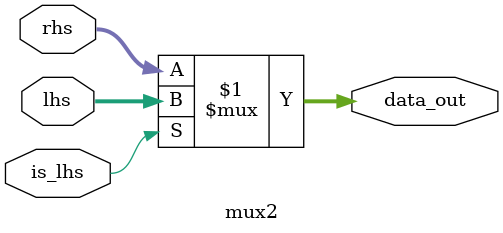
<source format=v>
`ifndef _mux2
`define _mux2
        module mux2 # (
                parameter WIDTH = 32
            )(input [WIDTH-1:0] lhs, rhs,
              input is_lhs,
              output [WIDTH-1:0] data_out
             );
            assign data_out = is_lhs ? lhs : rhs;
        endmodule
`endif

</source>
